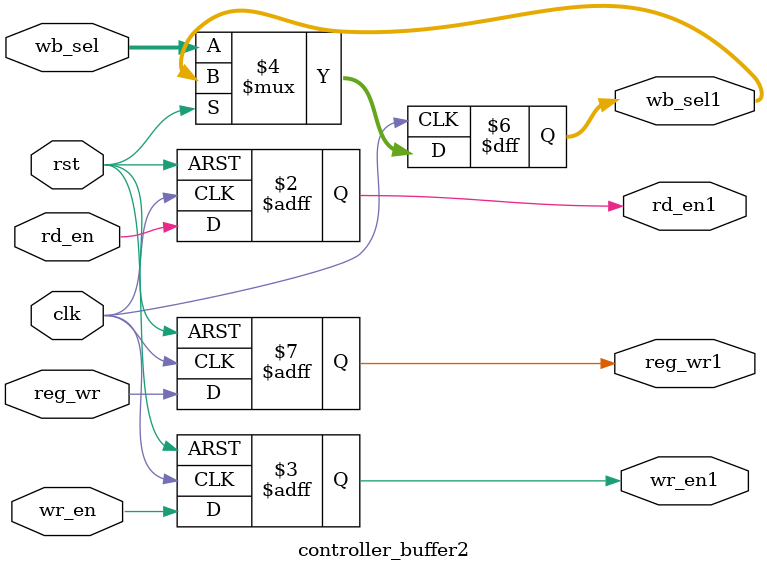
<source format=sv>
module controller_buffer2
(
    input  logic        clk,
    input  logic        rst,

    input logic rd_en,   
    input logic wr_en,   
    input logic [1:0] wb_sel,
    input logic reg_wr,
    
    output logic rd_en1,   
    output logic wr_en1,   
    output logic [1:0] wb_sel1,
    output logic reg_wr1
    );
    always_ff @(posedge clk or posedge rst)
    begin
        if (rst) begin
            rd_en1 <= 0;
            wr_en1 <= 0;
            reg_wr1 <= 0;
           
        end else begin
            rd_en1 <= rd_en;         
            wr_en1 <= wr_en;
            reg_wr1 <= reg_wr;
            wb_sel1 <= wb_sel;
        end 
    end
endmodule
</source>
